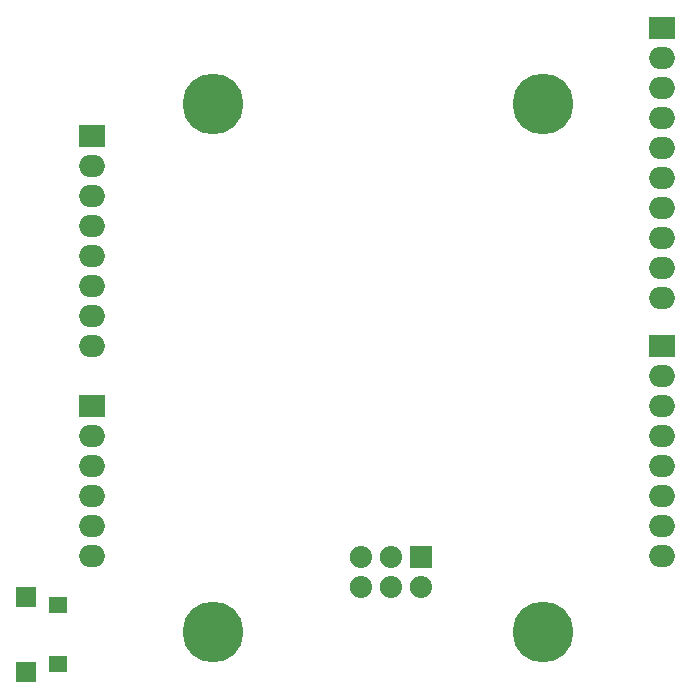
<source format=gbs>
G04 #@! TF.FileFunction,Soldermask,Bot*
%FSLAX46Y46*%
G04 Gerber Fmt 4.6, Leading zero omitted, Abs format (unit mm)*
G04 Created by KiCad (PCBNEW 4.0.1-stable) date 2/16/2016 6:40:40 AM*
%MOMM*%
G01*
G04 APERTURE LIST*
%ADD10C,0.100000*%
%ADD11R,2.184400X1.879600*%
%ADD12O,2.184400X1.879600*%
%ADD13R,1.879600X1.879600*%
%ADD14O,1.879600X1.879600*%
%ADD15C,5.152400*%
%ADD16R,1.502400X1.402400*%
%ADD17R,1.652400X1.702400*%
G04 APERTURE END LIST*
D10*
D11*
X-889000Y-67945000D03*
D12*
X-889000Y-70485000D03*
X-889000Y-73025000D03*
X-889000Y-75565000D03*
X-889000Y-78105000D03*
X-889000Y-80645000D03*
X-889000Y-83185000D03*
X-889000Y-85725000D03*
D11*
X47371000Y-85725000D03*
D12*
X47371000Y-88265000D03*
X47371000Y-90805000D03*
X47371000Y-93345000D03*
X47371000Y-95885000D03*
X47371000Y-98425000D03*
X47371000Y-100965000D03*
X47371000Y-103505000D03*
D11*
X47371000Y-58801000D03*
D12*
X47371000Y-61341000D03*
X47371000Y-63881000D03*
X47371000Y-66421000D03*
X47371000Y-68961000D03*
X47371000Y-71501000D03*
X47371000Y-74041000D03*
X47371000Y-76581000D03*
X47371000Y-79121000D03*
X47371000Y-81661000D03*
D11*
X-889000Y-90805000D03*
D12*
X-889000Y-93345000D03*
X-889000Y-95885000D03*
X-889000Y-98425000D03*
X-889000Y-100965000D03*
X-889000Y-103505000D03*
D13*
X27000200Y-103632000D03*
D14*
X27000200Y-106172000D03*
X24460200Y-103632000D03*
X24460200Y-106172000D03*
X21920200Y-103632000D03*
X21920200Y-106172000D03*
D15*
X37338000Y-65280000D03*
X37338000Y-109980000D03*
X9398000Y-109980000D03*
X9398000Y-65280000D03*
D16*
X-3726200Y-107659800D03*
D17*
X-6426200Y-113359800D03*
X-6426200Y-106959800D03*
D16*
X-3726200Y-112659800D03*
M02*

</source>
